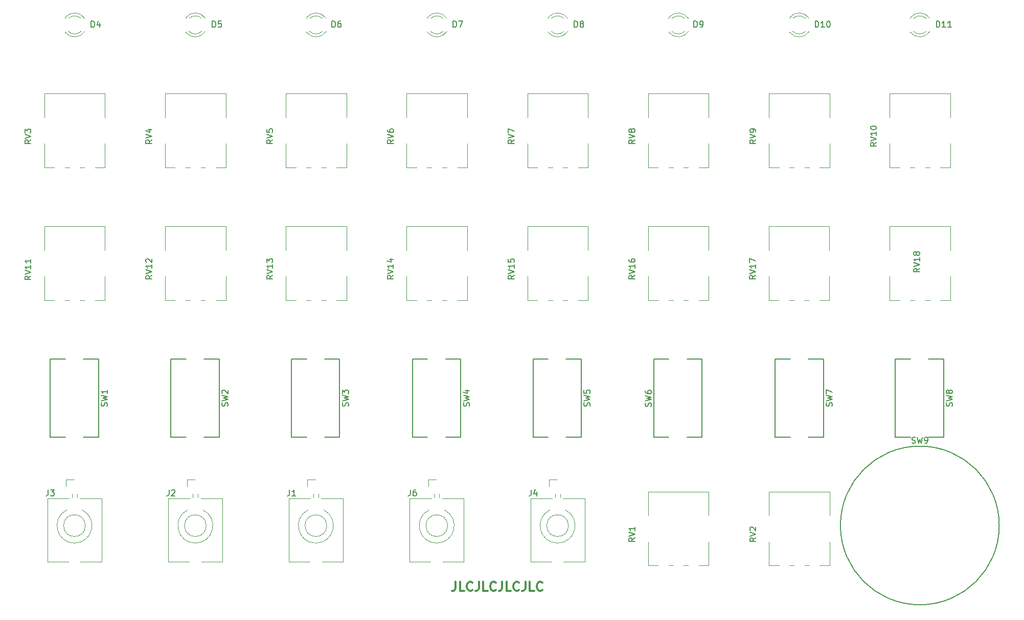
<source format=gbr>
G04 #@! TF.GenerationSoftware,KiCad,Pcbnew,5.0.2+dfsg1-1~bpo9+1*
G04 #@! TF.CreationDate,2019-09-09T21:30:10+02:00*
G04 #@! TF.ProjectId,diymetro,6469796d-6574-4726-9f2e-6b696361645f,rev?*
G04 #@! TF.SameCoordinates,Original*
G04 #@! TF.FileFunction,Legend,Top*
G04 #@! TF.FilePolarity,Positive*
%FSLAX46Y46*%
G04 Gerber Fmt 4.6, Leading zero omitted, Abs format (unit mm)*
G04 Created by KiCad (PCBNEW 5.0.2+dfsg1-1~bpo9+1) date Mon 09 Sep 2019 09:30:10 PM CEST*
%MOMM*%
%LPD*%
G01*
G04 APERTURE LIST*
%ADD10C,0.300000*%
%ADD11C,0.150000*%
%ADD12C,0.120000*%
G04 APERTURE END LIST*
D10*
X143947428Y-134560571D02*
X143947428Y-135632000D01*
X143876000Y-135846285D01*
X143733142Y-135989142D01*
X143518857Y-136060571D01*
X143376000Y-136060571D01*
X145376000Y-136060571D02*
X144661714Y-136060571D01*
X144661714Y-134560571D01*
X146733142Y-135917714D02*
X146661714Y-135989142D01*
X146447428Y-136060571D01*
X146304571Y-136060571D01*
X146090285Y-135989142D01*
X145947428Y-135846285D01*
X145876000Y-135703428D01*
X145804571Y-135417714D01*
X145804571Y-135203428D01*
X145876000Y-134917714D01*
X145947428Y-134774857D01*
X146090285Y-134632000D01*
X146304571Y-134560571D01*
X146447428Y-134560571D01*
X146661714Y-134632000D01*
X146733142Y-134703428D01*
X147804571Y-134560571D02*
X147804571Y-135632000D01*
X147733142Y-135846285D01*
X147590285Y-135989142D01*
X147376000Y-136060571D01*
X147233142Y-136060571D01*
X149233142Y-136060571D02*
X148518857Y-136060571D01*
X148518857Y-134560571D01*
X150590285Y-135917714D02*
X150518857Y-135989142D01*
X150304571Y-136060571D01*
X150161714Y-136060571D01*
X149947428Y-135989142D01*
X149804571Y-135846285D01*
X149733142Y-135703428D01*
X149661714Y-135417714D01*
X149661714Y-135203428D01*
X149733142Y-134917714D01*
X149804571Y-134774857D01*
X149947428Y-134632000D01*
X150161714Y-134560571D01*
X150304571Y-134560571D01*
X150518857Y-134632000D01*
X150590285Y-134703428D01*
X151661714Y-134560571D02*
X151661714Y-135632000D01*
X151590285Y-135846285D01*
X151447428Y-135989142D01*
X151233142Y-136060571D01*
X151090285Y-136060571D01*
X153090285Y-136060571D02*
X152376000Y-136060571D01*
X152376000Y-134560571D01*
X154447428Y-135917714D02*
X154376000Y-135989142D01*
X154161714Y-136060571D01*
X154018857Y-136060571D01*
X153804571Y-135989142D01*
X153661714Y-135846285D01*
X153590285Y-135703428D01*
X153518857Y-135417714D01*
X153518857Y-135203428D01*
X153590285Y-134917714D01*
X153661714Y-134774857D01*
X153804571Y-134632000D01*
X154018857Y-134560571D01*
X154161714Y-134560571D01*
X154376000Y-134632000D01*
X154447428Y-134703428D01*
X155518857Y-134560571D02*
X155518857Y-135632000D01*
X155447428Y-135846285D01*
X155304571Y-135989142D01*
X155090285Y-136060571D01*
X154947428Y-136060571D01*
X156947428Y-136060571D02*
X156233142Y-136060571D01*
X156233142Y-134560571D01*
X158304571Y-135917714D02*
X158233142Y-135989142D01*
X158018857Y-136060571D01*
X157876000Y-136060571D01*
X157661714Y-135989142D01*
X157518857Y-135846285D01*
X157447428Y-135703428D01*
X157376000Y-135417714D01*
X157376000Y-135203428D01*
X157447428Y-134917714D01*
X157518857Y-134774857D01*
X157661714Y-134632000D01*
X157876000Y-134560571D01*
X158018857Y-134560571D01*
X158233142Y-134632000D01*
X158304571Y-134703428D01*
D11*
G04 #@! TO.C,SW1*
X76797400Y-97608000D02*
X79297400Y-97608000D01*
X84797400Y-97608000D02*
X82297400Y-97608000D01*
X76797400Y-110608000D02*
X79297400Y-110608000D01*
X84797400Y-110608000D02*
X82297400Y-110608000D01*
X76797400Y-110608000D02*
X76797400Y-97608000D01*
X84797400Y-97608000D02*
X84797400Y-110608000D01*
G04 #@! TO.C,SW7*
X196863200Y-97608000D02*
X199363200Y-97608000D01*
X204863200Y-97608000D02*
X202363200Y-97608000D01*
X196863200Y-110608000D02*
X199363200Y-110608000D01*
X204863200Y-110608000D02*
X202363200Y-110608000D01*
X196863200Y-110608000D02*
X196863200Y-97608000D01*
X204863200Y-97608000D02*
X204863200Y-110608000D01*
G04 #@! TO.C,SW6*
X176771800Y-97608000D02*
X179271800Y-97608000D01*
X184771800Y-97608000D02*
X182271800Y-97608000D01*
X176771800Y-110608000D02*
X179271800Y-110608000D01*
X184771800Y-110608000D02*
X182271800Y-110608000D01*
X176771800Y-110608000D02*
X176771800Y-97608000D01*
X184771800Y-97608000D02*
X184771800Y-110608000D01*
G04 #@! TO.C,SW2*
X96787200Y-97608000D02*
X99287200Y-97608000D01*
X104787200Y-97608000D02*
X102287200Y-97608000D01*
X96787200Y-110608000D02*
X99287200Y-110608000D01*
X104787200Y-110608000D02*
X102287200Y-110608000D01*
X96787200Y-110608000D02*
X96787200Y-97608000D01*
X104787200Y-97608000D02*
X104787200Y-110608000D01*
G04 #@! TO.C,SW3*
X116751600Y-97608000D02*
X119251600Y-97608000D01*
X124751600Y-97608000D02*
X122251600Y-97608000D01*
X116751600Y-110608000D02*
X119251600Y-110608000D01*
X124751600Y-110608000D02*
X122251600Y-110608000D01*
X116751600Y-110608000D02*
X116751600Y-97608000D01*
X124751600Y-97608000D02*
X124751600Y-110608000D01*
G04 #@! TO.C,SW4*
X136792200Y-97608000D02*
X139292200Y-97608000D01*
X144792200Y-97608000D02*
X142292200Y-97608000D01*
X136792200Y-110608000D02*
X139292200Y-110608000D01*
X144792200Y-110608000D02*
X142292200Y-110608000D01*
X136792200Y-110608000D02*
X136792200Y-97608000D01*
X144792200Y-97608000D02*
X144792200Y-110608000D01*
G04 #@! TO.C,SW5*
X156756600Y-97608000D02*
X159256600Y-97608000D01*
X164756600Y-97608000D02*
X162256600Y-97608000D01*
X156756600Y-110608000D02*
X159256600Y-110608000D01*
X164756600Y-110608000D02*
X162256600Y-110608000D01*
X156756600Y-110608000D02*
X156756600Y-97608000D01*
X164756600Y-97608000D02*
X164756600Y-110608000D01*
G04 #@! TO.C,SW8*
X216776800Y-97608000D02*
X219276800Y-97608000D01*
X224776800Y-97608000D02*
X222276800Y-97608000D01*
X216776800Y-110608000D02*
X219276800Y-110608000D01*
X224776800Y-110608000D02*
X222276800Y-110608000D01*
X216776800Y-110608000D02*
X216776800Y-97608000D01*
X224776800Y-97608000D02*
X224776800Y-110608000D01*
D12*
G04 #@! TO.C,RV1*
X175816200Y-119620400D02*
X185857200Y-119620400D01*
X184207200Y-131860400D02*
X185857200Y-131860400D01*
X181708200Y-131860400D02*
X182467200Y-131860400D01*
X179208200Y-131860400D02*
X179967200Y-131860400D01*
X175816200Y-131860400D02*
X177466200Y-131860400D01*
X185857200Y-123556400D02*
X185857200Y-119620400D01*
X185857200Y-131860400D02*
X185857200Y-127923400D01*
X175816200Y-123556400D02*
X175816200Y-119620400D01*
X175816200Y-131860400D02*
X175816200Y-127923400D01*
G04 #@! TO.C,RV2*
X195831400Y-119620400D02*
X205872400Y-119620400D01*
X204222400Y-131860400D02*
X205872400Y-131860400D01*
X201723400Y-131860400D02*
X202482400Y-131860400D01*
X199223400Y-131860400D02*
X199982400Y-131860400D01*
X195831400Y-131860400D02*
X197481400Y-131860400D01*
X205872400Y-123556400D02*
X205872400Y-119620400D01*
X205872400Y-131860400D02*
X205872400Y-127923400D01*
X195831400Y-123556400D02*
X195831400Y-119620400D01*
X195831400Y-131860400D02*
X195831400Y-127923400D01*
G04 #@! TO.C,D4*
X79288200Y-43320200D02*
X79288200Y-43476200D01*
X79288200Y-41004200D02*
X79288200Y-41160200D01*
X81889330Y-43320037D02*
G75*
G02X79807239Y-43320200I-1041130J1079837D01*
G01*
X81889330Y-41160363D02*
G75*
G03X79807239Y-41160200I-1041130J-1079837D01*
G01*
X82520535Y-43318808D02*
G75*
G02X79288200Y-43475716I-1672335J1078608D01*
G01*
X82520535Y-41161592D02*
G75*
G03X79288200Y-41004684I-1672335J-1078608D01*
G01*
G04 #@! TO.C,D5*
X102510335Y-41161592D02*
G75*
G03X99278000Y-41004684I-1672335J-1078608D01*
G01*
X102510335Y-43318808D02*
G75*
G02X99278000Y-43475716I-1672335J1078608D01*
G01*
X101879130Y-41160363D02*
G75*
G03X99797039Y-41160200I-1041130J-1079837D01*
G01*
X101879130Y-43320037D02*
G75*
G02X99797039Y-43320200I-1041130J1079837D01*
G01*
X99278000Y-41004200D02*
X99278000Y-41160200D01*
X99278000Y-43320200D02*
X99278000Y-43476200D01*
G04 #@! TO.C,D6*
X119267800Y-43320200D02*
X119267800Y-43476200D01*
X119267800Y-41004200D02*
X119267800Y-41160200D01*
X121868930Y-43320037D02*
G75*
G02X119786839Y-43320200I-1041130J1079837D01*
G01*
X121868930Y-41160363D02*
G75*
G03X119786839Y-41160200I-1041130J-1079837D01*
G01*
X122500135Y-43318808D02*
G75*
G02X119267800Y-43475716I-1672335J1078608D01*
G01*
X122500135Y-41161592D02*
G75*
G03X119267800Y-41004684I-1672335J-1078608D01*
G01*
G04 #@! TO.C,D7*
X142515335Y-41161592D02*
G75*
G03X139283000Y-41004684I-1672335J-1078608D01*
G01*
X142515335Y-43318808D02*
G75*
G02X139283000Y-43475716I-1672335J1078608D01*
G01*
X141884130Y-41160363D02*
G75*
G03X139802039Y-41160200I-1041130J-1079837D01*
G01*
X141884130Y-43320037D02*
G75*
G02X139802039Y-43320200I-1041130J1079837D01*
G01*
X139283000Y-41004200D02*
X139283000Y-41160200D01*
X139283000Y-43320200D02*
X139283000Y-43476200D01*
G04 #@! TO.C,D8*
X159272800Y-43320200D02*
X159272800Y-43476200D01*
X159272800Y-41004200D02*
X159272800Y-41160200D01*
X161873930Y-43320037D02*
G75*
G02X159791839Y-43320200I-1041130J1079837D01*
G01*
X161873930Y-41160363D02*
G75*
G03X159791839Y-41160200I-1041130J-1079837D01*
G01*
X162505135Y-43318808D02*
G75*
G02X159272800Y-43475716I-1672335J1078608D01*
G01*
X162505135Y-41161592D02*
G75*
G03X159272800Y-41004684I-1672335J-1078608D01*
G01*
G04 #@! TO.C,D9*
X182494935Y-41161592D02*
G75*
G03X179262600Y-41004684I-1672335J-1078608D01*
G01*
X182494935Y-43318808D02*
G75*
G02X179262600Y-43475716I-1672335J1078608D01*
G01*
X181863730Y-41160363D02*
G75*
G03X179781639Y-41160200I-1041130J-1079837D01*
G01*
X181863730Y-43320037D02*
G75*
G02X179781639Y-43320200I-1041130J1079837D01*
G01*
X179262600Y-41004200D02*
X179262600Y-41160200D01*
X179262600Y-43320200D02*
X179262600Y-43476200D01*
G04 #@! TO.C,D10*
X199277800Y-43320200D02*
X199277800Y-43476200D01*
X199277800Y-41004200D02*
X199277800Y-41160200D01*
X201878930Y-43320037D02*
G75*
G02X199796839Y-43320200I-1041130J1079837D01*
G01*
X201878930Y-41160363D02*
G75*
G03X199796839Y-41160200I-1041130J-1079837D01*
G01*
X202510135Y-43318808D02*
G75*
G02X199277800Y-43475716I-1672335J1078608D01*
G01*
X202510135Y-41161592D02*
G75*
G03X199277800Y-41004684I-1672335J-1078608D01*
G01*
G04 #@! TO.C,D11*
X222499935Y-41161592D02*
G75*
G03X219267600Y-41004684I-1672335J-1078608D01*
G01*
X222499935Y-43318808D02*
G75*
G02X219267600Y-43475716I-1672335J1078608D01*
G01*
X221868730Y-41160363D02*
G75*
G03X219786639Y-41160200I-1041130J-1079837D01*
G01*
X221868730Y-43320037D02*
G75*
G02X219786639Y-43320200I-1041130J1079837D01*
G01*
X219267600Y-41004200D02*
X219267600Y-41160200D01*
X219267600Y-43320200D02*
X219267600Y-43476200D01*
G04 #@! TO.C,J1*
X116302400Y-120750400D02*
X116302400Y-131250400D01*
X125302400Y-120750400D02*
X125302400Y-131250400D01*
X119506137Y-122661823D02*
G75*
G03X120802400Y-128145400I1296263J-2588577D01*
G01*
X122098663Y-122661823D02*
G75*
G02X120802400Y-128145400I-1296263J-2588577D01*
G01*
X125302400Y-131250400D02*
X121802400Y-131250400D01*
X119802400Y-131250400D02*
X116302400Y-131250400D01*
X125302400Y-120750400D02*
X121702400Y-120750400D01*
X119902400Y-120750400D02*
X116302400Y-120750400D01*
X122602400Y-125250400D02*
G75*
G03X122602400Y-125250400I-1800000J0D01*
G01*
X120382400Y-119970400D02*
X120382400Y-120570400D01*
X121222400Y-119970400D02*
X121222400Y-120570400D01*
X119402400Y-117590400D02*
X119402400Y-118690400D01*
X119402400Y-117590400D02*
X120722400Y-117590400D01*
G04 #@! TO.C,J2*
X99438000Y-117590400D02*
X100758000Y-117590400D01*
X99438000Y-117590400D02*
X99438000Y-118690400D01*
X101258000Y-119970400D02*
X101258000Y-120570400D01*
X100418000Y-119970400D02*
X100418000Y-120570400D01*
X102638000Y-125250400D02*
G75*
G03X102638000Y-125250400I-1800000J0D01*
G01*
X99938000Y-120750400D02*
X96338000Y-120750400D01*
X105338000Y-120750400D02*
X101738000Y-120750400D01*
X99838000Y-131250400D02*
X96338000Y-131250400D01*
X105338000Y-131250400D02*
X101838000Y-131250400D01*
X102134263Y-122661823D02*
G75*
G02X100838000Y-128145400I-1296263J-2588577D01*
G01*
X99541737Y-122661823D02*
G75*
G03X100838000Y-128145400I1296263J-2588577D01*
G01*
X105338000Y-120750400D02*
X105338000Y-131250400D01*
X96338000Y-120750400D02*
X96338000Y-131250400D01*
G04 #@! TO.C,J3*
X76322800Y-120750400D02*
X76322800Y-131250400D01*
X85322800Y-120750400D02*
X85322800Y-131250400D01*
X79526537Y-122661823D02*
G75*
G03X80822800Y-128145400I1296263J-2588577D01*
G01*
X82119063Y-122661823D02*
G75*
G02X80822800Y-128145400I-1296263J-2588577D01*
G01*
X85322800Y-131250400D02*
X81822800Y-131250400D01*
X79822800Y-131250400D02*
X76322800Y-131250400D01*
X85322800Y-120750400D02*
X81722800Y-120750400D01*
X79922800Y-120750400D02*
X76322800Y-120750400D01*
X82622800Y-125250400D02*
G75*
G03X82622800Y-125250400I-1800000J0D01*
G01*
X80402800Y-119970400D02*
X80402800Y-120570400D01*
X81242800Y-119970400D02*
X81242800Y-120570400D01*
X79422800Y-117590400D02*
X79422800Y-118690400D01*
X79422800Y-117590400D02*
X80742800Y-117590400D01*
G04 #@! TO.C,J4*
X159432800Y-117590400D02*
X160752800Y-117590400D01*
X159432800Y-117590400D02*
X159432800Y-118690400D01*
X161252800Y-119970400D02*
X161252800Y-120570400D01*
X160412800Y-119970400D02*
X160412800Y-120570400D01*
X162632800Y-125250400D02*
G75*
G03X162632800Y-125250400I-1800000J0D01*
G01*
X159932800Y-120750400D02*
X156332800Y-120750400D01*
X165332800Y-120750400D02*
X161732800Y-120750400D01*
X159832800Y-131250400D02*
X156332800Y-131250400D01*
X165332800Y-131250400D02*
X161832800Y-131250400D01*
X162129063Y-122661823D02*
G75*
G02X160832800Y-128145400I-1296263J-2588577D01*
G01*
X159536537Y-122661823D02*
G75*
G03X160832800Y-128145400I1296263J-2588577D01*
G01*
X165332800Y-120750400D02*
X165332800Y-131250400D01*
X156332800Y-120750400D02*
X156332800Y-131250400D01*
G04 #@! TO.C,J6*
X136317600Y-120750400D02*
X136317600Y-131250400D01*
X145317600Y-120750400D02*
X145317600Y-131250400D01*
X139521337Y-122661823D02*
G75*
G03X140817600Y-128145400I1296263J-2588577D01*
G01*
X142113863Y-122661823D02*
G75*
G02X140817600Y-128145400I-1296263J-2588577D01*
G01*
X145317600Y-131250400D02*
X141817600Y-131250400D01*
X139817600Y-131250400D02*
X136317600Y-131250400D01*
X145317600Y-120750400D02*
X141717600Y-120750400D01*
X139917600Y-120750400D02*
X136317600Y-120750400D01*
X142617600Y-125250400D02*
G75*
G03X142617600Y-125250400I-1800000J0D01*
G01*
X140397600Y-119970400D02*
X140397600Y-120570400D01*
X141237600Y-119970400D02*
X141237600Y-120570400D01*
X139417600Y-117590400D02*
X139417600Y-118690400D01*
X139417600Y-117590400D02*
X140737600Y-117590400D01*
G04 #@! TO.C,RV3*
X75816400Y-65871200D02*
X75816400Y-61934200D01*
X75816400Y-57567200D02*
X75816400Y-53631200D01*
X85857400Y-65871200D02*
X85857400Y-61934200D01*
X85857400Y-57567200D02*
X85857400Y-53631200D01*
X75816400Y-65871200D02*
X77466400Y-65871200D01*
X79208400Y-65871200D02*
X79967400Y-65871200D01*
X81708400Y-65871200D02*
X82467400Y-65871200D01*
X84207400Y-65871200D02*
X85857400Y-65871200D01*
X75816400Y-53631200D02*
X85857400Y-53631200D01*
G04 #@! TO.C,RV4*
X95831600Y-53631200D02*
X105872600Y-53631200D01*
X104222600Y-65871200D02*
X105872600Y-65871200D01*
X101723600Y-65871200D02*
X102482600Y-65871200D01*
X99223600Y-65871200D02*
X99982600Y-65871200D01*
X95831600Y-65871200D02*
X97481600Y-65871200D01*
X105872600Y-57567200D02*
X105872600Y-53631200D01*
X105872600Y-65871200D02*
X105872600Y-61934200D01*
X95831600Y-57567200D02*
X95831600Y-53631200D01*
X95831600Y-65871200D02*
X95831600Y-61934200D01*
G04 #@! TO.C,RV5*
X115821400Y-65871200D02*
X115821400Y-61934200D01*
X115821400Y-57567200D02*
X115821400Y-53631200D01*
X125862400Y-65871200D02*
X125862400Y-61934200D01*
X125862400Y-57567200D02*
X125862400Y-53631200D01*
X115821400Y-65871200D02*
X117471400Y-65871200D01*
X119213400Y-65871200D02*
X119972400Y-65871200D01*
X121713400Y-65871200D02*
X122472400Y-65871200D01*
X124212400Y-65871200D02*
X125862400Y-65871200D01*
X115821400Y-53631200D02*
X125862400Y-53631200D01*
G04 #@! TO.C,RV6*
X135836600Y-53631200D02*
X145877600Y-53631200D01*
X144227600Y-65871200D02*
X145877600Y-65871200D01*
X141728600Y-65871200D02*
X142487600Y-65871200D01*
X139228600Y-65871200D02*
X139987600Y-65871200D01*
X135836600Y-65871200D02*
X137486600Y-65871200D01*
X145877600Y-57567200D02*
X145877600Y-53631200D01*
X145877600Y-65871200D02*
X145877600Y-61934200D01*
X135836600Y-57567200D02*
X135836600Y-53631200D01*
X135836600Y-65871200D02*
X135836600Y-61934200D01*
G04 #@! TO.C,RV7*
X155826400Y-65871200D02*
X155826400Y-61934200D01*
X155826400Y-57567200D02*
X155826400Y-53631200D01*
X165867400Y-65871200D02*
X165867400Y-61934200D01*
X165867400Y-57567200D02*
X165867400Y-53631200D01*
X155826400Y-65871200D02*
X157476400Y-65871200D01*
X159218400Y-65871200D02*
X159977400Y-65871200D01*
X161718400Y-65871200D02*
X162477400Y-65871200D01*
X164217400Y-65871200D02*
X165867400Y-65871200D01*
X155826400Y-53631200D02*
X165867400Y-53631200D01*
G04 #@! TO.C,RV8*
X175816200Y-53631200D02*
X185857200Y-53631200D01*
X184207200Y-65871200D02*
X185857200Y-65871200D01*
X181708200Y-65871200D02*
X182467200Y-65871200D01*
X179208200Y-65871200D02*
X179967200Y-65871200D01*
X175816200Y-65871200D02*
X177466200Y-65871200D01*
X185857200Y-57567200D02*
X185857200Y-53631200D01*
X185857200Y-65871200D02*
X185857200Y-61934200D01*
X175816200Y-57567200D02*
X175816200Y-53631200D01*
X175816200Y-65871200D02*
X175816200Y-61934200D01*
G04 #@! TO.C,RV9*
X195831400Y-65871200D02*
X195831400Y-61934200D01*
X195831400Y-57567200D02*
X195831400Y-53631200D01*
X205872400Y-65871200D02*
X205872400Y-61934200D01*
X205872400Y-57567200D02*
X205872400Y-53631200D01*
X195831400Y-65871200D02*
X197481400Y-65871200D01*
X199223400Y-65871200D02*
X199982400Y-65871200D01*
X201723400Y-65871200D02*
X202482400Y-65871200D01*
X204222400Y-65871200D02*
X205872400Y-65871200D01*
X195831400Y-53631200D02*
X205872400Y-53631200D01*
G04 #@! TO.C,RV10*
X215821200Y-53631200D02*
X225862200Y-53631200D01*
X224212200Y-65871200D02*
X225862200Y-65871200D01*
X221713200Y-65871200D02*
X222472200Y-65871200D01*
X219213200Y-65871200D02*
X219972200Y-65871200D01*
X215821200Y-65871200D02*
X217471200Y-65871200D01*
X225862200Y-57567200D02*
X225862200Y-53631200D01*
X225862200Y-65871200D02*
X225862200Y-61934200D01*
X215821200Y-57567200D02*
X215821200Y-53631200D01*
X215821200Y-65871200D02*
X215821200Y-61934200D01*
G04 #@! TO.C,RV11*
X75816400Y-75627600D02*
X85857400Y-75627600D01*
X84207400Y-87867600D02*
X85857400Y-87867600D01*
X81708400Y-87867600D02*
X82467400Y-87867600D01*
X79208400Y-87867600D02*
X79967400Y-87867600D01*
X75816400Y-87867600D02*
X77466400Y-87867600D01*
X85857400Y-79563600D02*
X85857400Y-75627600D01*
X85857400Y-87867600D02*
X85857400Y-83930600D01*
X75816400Y-79563600D02*
X75816400Y-75627600D01*
X75816400Y-87867600D02*
X75816400Y-83930600D01*
G04 #@! TO.C,RV12*
X95831600Y-87867600D02*
X95831600Y-83930600D01*
X95831600Y-79563600D02*
X95831600Y-75627600D01*
X105872600Y-87867600D02*
X105872600Y-83930600D01*
X105872600Y-79563600D02*
X105872600Y-75627600D01*
X95831600Y-87867600D02*
X97481600Y-87867600D01*
X99223600Y-87867600D02*
X99982600Y-87867600D01*
X101723600Y-87867600D02*
X102482600Y-87867600D01*
X104222600Y-87867600D02*
X105872600Y-87867600D01*
X95831600Y-75627600D02*
X105872600Y-75627600D01*
G04 #@! TO.C,RV13*
X115821400Y-87867600D02*
X115821400Y-83930600D01*
X115821400Y-79563600D02*
X115821400Y-75627600D01*
X125862400Y-87867600D02*
X125862400Y-83930600D01*
X125862400Y-79563600D02*
X125862400Y-75627600D01*
X115821400Y-87867600D02*
X117471400Y-87867600D01*
X119213400Y-87867600D02*
X119972400Y-87867600D01*
X121713400Y-87867600D02*
X122472400Y-87867600D01*
X124212400Y-87867600D02*
X125862400Y-87867600D01*
X115821400Y-75627600D02*
X125862400Y-75627600D01*
G04 #@! TO.C,RV14*
X135811200Y-75627600D02*
X145852200Y-75627600D01*
X144202200Y-87867600D02*
X145852200Y-87867600D01*
X141703200Y-87867600D02*
X142462200Y-87867600D01*
X139203200Y-87867600D02*
X139962200Y-87867600D01*
X135811200Y-87867600D02*
X137461200Y-87867600D01*
X145852200Y-79563600D02*
X145852200Y-75627600D01*
X145852200Y-87867600D02*
X145852200Y-83930600D01*
X135811200Y-79563600D02*
X135811200Y-75627600D01*
X135811200Y-87867600D02*
X135811200Y-83930600D01*
G04 #@! TO.C,RV15*
X155826400Y-87867600D02*
X155826400Y-83930600D01*
X155826400Y-79563600D02*
X155826400Y-75627600D01*
X165867400Y-87867600D02*
X165867400Y-83930600D01*
X165867400Y-79563600D02*
X165867400Y-75627600D01*
X155826400Y-87867600D02*
X157476400Y-87867600D01*
X159218400Y-87867600D02*
X159977400Y-87867600D01*
X161718400Y-87867600D02*
X162477400Y-87867600D01*
X164217400Y-87867600D02*
X165867400Y-87867600D01*
X155826400Y-75627600D02*
X165867400Y-75627600D01*
G04 #@! TO.C,RV16*
X175816200Y-75627600D02*
X185857200Y-75627600D01*
X184207200Y-87867600D02*
X185857200Y-87867600D01*
X181708200Y-87867600D02*
X182467200Y-87867600D01*
X179208200Y-87867600D02*
X179967200Y-87867600D01*
X175816200Y-87867600D02*
X177466200Y-87867600D01*
X185857200Y-79563600D02*
X185857200Y-75627600D01*
X185857200Y-87867600D02*
X185857200Y-83930600D01*
X175816200Y-79563600D02*
X175816200Y-75627600D01*
X175816200Y-87867600D02*
X175816200Y-83930600D01*
G04 #@! TO.C,RV17*
X195806000Y-87867600D02*
X195806000Y-83930600D01*
X195806000Y-79563600D02*
X195806000Y-75627600D01*
X205847000Y-87867600D02*
X205847000Y-83930600D01*
X205847000Y-79563600D02*
X205847000Y-75627600D01*
X195806000Y-87867600D02*
X197456000Y-87867600D01*
X199198000Y-87867600D02*
X199957000Y-87867600D01*
X201698000Y-87867600D02*
X202457000Y-87867600D01*
X204197000Y-87867600D02*
X205847000Y-87867600D01*
X195806000Y-75627600D02*
X205847000Y-75627600D01*
G04 #@! TO.C,RV18*
X215821200Y-75627600D02*
X225862200Y-75627600D01*
X224212200Y-87867600D02*
X225862200Y-87867600D01*
X221713200Y-87867600D02*
X222472200Y-87867600D01*
X219213200Y-87867600D02*
X219972200Y-87867600D01*
X215821200Y-87867600D02*
X217471200Y-87867600D01*
X225862200Y-79563600D02*
X225862200Y-75627600D01*
X225862200Y-87867600D02*
X225862200Y-83930600D01*
X215821200Y-79563600D02*
X215821200Y-75627600D01*
X215821200Y-87867600D02*
X215821200Y-83930600D01*
D11*
G04 #@! TO.C,SW9*
X233977600Y-125222000D02*
G75*
G03X233977600Y-125222000I-13150000J0D01*
G01*
G04 #@! TO.C,SW1*
X86202161Y-105441333D02*
X86249780Y-105298476D01*
X86249780Y-105060380D01*
X86202161Y-104965142D01*
X86154542Y-104917523D01*
X86059304Y-104869904D01*
X85964066Y-104869904D01*
X85868828Y-104917523D01*
X85821209Y-104965142D01*
X85773590Y-105060380D01*
X85725971Y-105250857D01*
X85678352Y-105346095D01*
X85630733Y-105393714D01*
X85535495Y-105441333D01*
X85440257Y-105441333D01*
X85345019Y-105393714D01*
X85297400Y-105346095D01*
X85249780Y-105250857D01*
X85249780Y-105012761D01*
X85297400Y-104869904D01*
X85249780Y-104536571D02*
X86249780Y-104298476D01*
X85535495Y-104108000D01*
X86249780Y-103917523D01*
X85249780Y-103679428D01*
X86249780Y-102774666D02*
X86249780Y-103346095D01*
X86249780Y-103060380D02*
X85249780Y-103060380D01*
X85392638Y-103155619D01*
X85487876Y-103250857D01*
X85535495Y-103346095D01*
G04 #@! TO.C,SW7*
X206267961Y-105441333D02*
X206315580Y-105298476D01*
X206315580Y-105060380D01*
X206267961Y-104965142D01*
X206220342Y-104917523D01*
X206125104Y-104869904D01*
X206029866Y-104869904D01*
X205934628Y-104917523D01*
X205887009Y-104965142D01*
X205839390Y-105060380D01*
X205791771Y-105250857D01*
X205744152Y-105346095D01*
X205696533Y-105393714D01*
X205601295Y-105441333D01*
X205506057Y-105441333D01*
X205410819Y-105393714D01*
X205363200Y-105346095D01*
X205315580Y-105250857D01*
X205315580Y-105012761D01*
X205363200Y-104869904D01*
X205315580Y-104536571D02*
X206315580Y-104298476D01*
X205601295Y-104108000D01*
X206315580Y-103917523D01*
X205315580Y-103679428D01*
X205315580Y-103393714D02*
X205315580Y-102727047D01*
X206315580Y-103155619D01*
G04 #@! TO.C,SW6*
X176299761Y-105473333D02*
X176347380Y-105330476D01*
X176347380Y-105092380D01*
X176299761Y-104997142D01*
X176252142Y-104949523D01*
X176156904Y-104901904D01*
X176061666Y-104901904D01*
X175966428Y-104949523D01*
X175918809Y-104997142D01*
X175871190Y-105092380D01*
X175823571Y-105282857D01*
X175775952Y-105378095D01*
X175728333Y-105425714D01*
X175633095Y-105473333D01*
X175537857Y-105473333D01*
X175442619Y-105425714D01*
X175395000Y-105378095D01*
X175347380Y-105282857D01*
X175347380Y-105044761D01*
X175395000Y-104901904D01*
X175347380Y-104568571D02*
X176347380Y-104330476D01*
X175633095Y-104140000D01*
X176347380Y-103949523D01*
X175347380Y-103711428D01*
X175347380Y-102901904D02*
X175347380Y-103092380D01*
X175395000Y-103187619D01*
X175442619Y-103235238D01*
X175585476Y-103330476D01*
X175775952Y-103378095D01*
X176156904Y-103378095D01*
X176252142Y-103330476D01*
X176299761Y-103282857D01*
X176347380Y-103187619D01*
X176347380Y-102997142D01*
X176299761Y-102901904D01*
X176252142Y-102854285D01*
X176156904Y-102806666D01*
X175918809Y-102806666D01*
X175823571Y-102854285D01*
X175775952Y-102901904D01*
X175728333Y-102997142D01*
X175728333Y-103187619D01*
X175775952Y-103282857D01*
X175823571Y-103330476D01*
X175918809Y-103378095D01*
G04 #@! TO.C,SW2*
X106191961Y-105441333D02*
X106239580Y-105298476D01*
X106239580Y-105060380D01*
X106191961Y-104965142D01*
X106144342Y-104917523D01*
X106049104Y-104869904D01*
X105953866Y-104869904D01*
X105858628Y-104917523D01*
X105811009Y-104965142D01*
X105763390Y-105060380D01*
X105715771Y-105250857D01*
X105668152Y-105346095D01*
X105620533Y-105393714D01*
X105525295Y-105441333D01*
X105430057Y-105441333D01*
X105334819Y-105393714D01*
X105287200Y-105346095D01*
X105239580Y-105250857D01*
X105239580Y-105012761D01*
X105287200Y-104869904D01*
X105239580Y-104536571D02*
X106239580Y-104298476D01*
X105525295Y-104108000D01*
X106239580Y-103917523D01*
X105239580Y-103679428D01*
X105334819Y-103346095D02*
X105287200Y-103298476D01*
X105239580Y-103203238D01*
X105239580Y-102965142D01*
X105287200Y-102869904D01*
X105334819Y-102822285D01*
X105430057Y-102774666D01*
X105525295Y-102774666D01*
X105668152Y-102822285D01*
X106239580Y-103393714D01*
X106239580Y-102774666D01*
G04 #@! TO.C,SW3*
X126156361Y-105441333D02*
X126203980Y-105298476D01*
X126203980Y-105060380D01*
X126156361Y-104965142D01*
X126108742Y-104917523D01*
X126013504Y-104869904D01*
X125918266Y-104869904D01*
X125823028Y-104917523D01*
X125775409Y-104965142D01*
X125727790Y-105060380D01*
X125680171Y-105250857D01*
X125632552Y-105346095D01*
X125584933Y-105393714D01*
X125489695Y-105441333D01*
X125394457Y-105441333D01*
X125299219Y-105393714D01*
X125251600Y-105346095D01*
X125203980Y-105250857D01*
X125203980Y-105012761D01*
X125251600Y-104869904D01*
X125203980Y-104536571D02*
X126203980Y-104298476D01*
X125489695Y-104108000D01*
X126203980Y-103917523D01*
X125203980Y-103679428D01*
X125203980Y-103393714D02*
X125203980Y-102774666D01*
X125584933Y-103108000D01*
X125584933Y-102965142D01*
X125632552Y-102869904D01*
X125680171Y-102822285D01*
X125775409Y-102774666D01*
X126013504Y-102774666D01*
X126108742Y-102822285D01*
X126156361Y-102869904D01*
X126203980Y-102965142D01*
X126203980Y-103250857D01*
X126156361Y-103346095D01*
X126108742Y-103393714D01*
G04 #@! TO.C,SW4*
X146196961Y-105441333D02*
X146244580Y-105298476D01*
X146244580Y-105060380D01*
X146196961Y-104965142D01*
X146149342Y-104917523D01*
X146054104Y-104869904D01*
X145958866Y-104869904D01*
X145863628Y-104917523D01*
X145816009Y-104965142D01*
X145768390Y-105060380D01*
X145720771Y-105250857D01*
X145673152Y-105346095D01*
X145625533Y-105393714D01*
X145530295Y-105441333D01*
X145435057Y-105441333D01*
X145339819Y-105393714D01*
X145292200Y-105346095D01*
X145244580Y-105250857D01*
X145244580Y-105012761D01*
X145292200Y-104869904D01*
X145244580Y-104536571D02*
X146244580Y-104298476D01*
X145530295Y-104108000D01*
X146244580Y-103917523D01*
X145244580Y-103679428D01*
X145577914Y-102869904D02*
X146244580Y-102869904D01*
X145196961Y-103108000D02*
X145911247Y-103346095D01*
X145911247Y-102727047D01*
G04 #@! TO.C,SW5*
X166161361Y-105441333D02*
X166208980Y-105298476D01*
X166208980Y-105060380D01*
X166161361Y-104965142D01*
X166113742Y-104917523D01*
X166018504Y-104869904D01*
X165923266Y-104869904D01*
X165828028Y-104917523D01*
X165780409Y-104965142D01*
X165732790Y-105060380D01*
X165685171Y-105250857D01*
X165637552Y-105346095D01*
X165589933Y-105393714D01*
X165494695Y-105441333D01*
X165399457Y-105441333D01*
X165304219Y-105393714D01*
X165256600Y-105346095D01*
X165208980Y-105250857D01*
X165208980Y-105012761D01*
X165256600Y-104869904D01*
X165208980Y-104536571D02*
X166208980Y-104298476D01*
X165494695Y-104108000D01*
X166208980Y-103917523D01*
X165208980Y-103679428D01*
X165208980Y-102822285D02*
X165208980Y-103298476D01*
X165685171Y-103346095D01*
X165637552Y-103298476D01*
X165589933Y-103203238D01*
X165589933Y-102965142D01*
X165637552Y-102869904D01*
X165685171Y-102822285D01*
X165780409Y-102774666D01*
X166018504Y-102774666D01*
X166113742Y-102822285D01*
X166161361Y-102869904D01*
X166208980Y-102965142D01*
X166208980Y-103203238D01*
X166161361Y-103298476D01*
X166113742Y-103346095D01*
G04 #@! TO.C,SW8*
X226181561Y-105441333D02*
X226229180Y-105298476D01*
X226229180Y-105060380D01*
X226181561Y-104965142D01*
X226133942Y-104917523D01*
X226038704Y-104869904D01*
X225943466Y-104869904D01*
X225848228Y-104917523D01*
X225800609Y-104965142D01*
X225752990Y-105060380D01*
X225705371Y-105250857D01*
X225657752Y-105346095D01*
X225610133Y-105393714D01*
X225514895Y-105441333D01*
X225419657Y-105441333D01*
X225324419Y-105393714D01*
X225276800Y-105346095D01*
X225229180Y-105250857D01*
X225229180Y-105012761D01*
X225276800Y-104869904D01*
X225229180Y-104536571D02*
X226229180Y-104298476D01*
X225514895Y-104108000D01*
X226229180Y-103917523D01*
X225229180Y-103679428D01*
X225657752Y-103155619D02*
X225610133Y-103250857D01*
X225562514Y-103298476D01*
X225467276Y-103346095D01*
X225419657Y-103346095D01*
X225324419Y-103298476D01*
X225276800Y-103250857D01*
X225229180Y-103155619D01*
X225229180Y-102965142D01*
X225276800Y-102869904D01*
X225324419Y-102822285D01*
X225419657Y-102774666D01*
X225467276Y-102774666D01*
X225562514Y-102822285D01*
X225610133Y-102869904D01*
X225657752Y-102965142D01*
X225657752Y-103155619D01*
X225705371Y-103250857D01*
X225752990Y-103298476D01*
X225848228Y-103346095D01*
X226038704Y-103346095D01*
X226133942Y-103298476D01*
X226181561Y-103250857D01*
X226229180Y-103155619D01*
X226229180Y-102965142D01*
X226181561Y-102869904D01*
X226133942Y-102822285D01*
X226038704Y-102774666D01*
X225848228Y-102774666D01*
X225752990Y-102822285D01*
X225705371Y-102869904D01*
X225657752Y-102965142D01*
G04 #@! TO.C,RV1*
X173639580Y-127285638D02*
X173163390Y-127618971D01*
X173639580Y-127857066D02*
X172639580Y-127857066D01*
X172639580Y-127476114D01*
X172687200Y-127380876D01*
X172734819Y-127333257D01*
X172830057Y-127285638D01*
X172972914Y-127285638D01*
X173068152Y-127333257D01*
X173115771Y-127380876D01*
X173163390Y-127476114D01*
X173163390Y-127857066D01*
X172639580Y-126999923D02*
X173639580Y-126666590D01*
X172639580Y-126333257D01*
X173639580Y-125476114D02*
X173639580Y-126047542D01*
X173639580Y-125761828D02*
X172639580Y-125761828D01*
X172782438Y-125857066D01*
X172877676Y-125952304D01*
X172925295Y-126047542D01*
G04 #@! TO.C,RV2*
X193654780Y-127285638D02*
X193178590Y-127618971D01*
X193654780Y-127857066D02*
X192654780Y-127857066D01*
X192654780Y-127476114D01*
X192702400Y-127380876D01*
X192750019Y-127333257D01*
X192845257Y-127285638D01*
X192988114Y-127285638D01*
X193083352Y-127333257D01*
X193130971Y-127380876D01*
X193178590Y-127476114D01*
X193178590Y-127857066D01*
X192654780Y-126999923D02*
X193654780Y-126666590D01*
X192654780Y-126333257D01*
X192750019Y-126047542D02*
X192702400Y-125999923D01*
X192654780Y-125904685D01*
X192654780Y-125666590D01*
X192702400Y-125571352D01*
X192750019Y-125523733D01*
X192845257Y-125476114D01*
X192940495Y-125476114D01*
X193083352Y-125523733D01*
X193654780Y-126095161D01*
X193654780Y-125476114D01*
G04 #@! TO.C,D4*
X83589904Y-42616380D02*
X83589904Y-41616380D01*
X83828000Y-41616380D01*
X83970857Y-41664000D01*
X84066095Y-41759238D01*
X84113714Y-41854476D01*
X84161333Y-42044952D01*
X84161333Y-42187809D01*
X84113714Y-42378285D01*
X84066095Y-42473523D01*
X83970857Y-42568761D01*
X83828000Y-42616380D01*
X83589904Y-42616380D01*
X85018476Y-41949714D02*
X85018476Y-42616380D01*
X84780380Y-41568761D02*
X84542285Y-42283047D01*
X85161333Y-42283047D01*
G04 #@! TO.C,D5*
X103655904Y-42616380D02*
X103655904Y-41616380D01*
X103894000Y-41616380D01*
X104036857Y-41664000D01*
X104132095Y-41759238D01*
X104179714Y-41854476D01*
X104227333Y-42044952D01*
X104227333Y-42187809D01*
X104179714Y-42378285D01*
X104132095Y-42473523D01*
X104036857Y-42568761D01*
X103894000Y-42616380D01*
X103655904Y-42616380D01*
X105132095Y-41616380D02*
X104655904Y-41616380D01*
X104608285Y-42092571D01*
X104655904Y-42044952D01*
X104751142Y-41997333D01*
X104989238Y-41997333D01*
X105084476Y-42044952D01*
X105132095Y-42092571D01*
X105179714Y-42187809D01*
X105179714Y-42425904D01*
X105132095Y-42521142D01*
X105084476Y-42568761D01*
X104989238Y-42616380D01*
X104751142Y-42616380D01*
X104655904Y-42568761D01*
X104608285Y-42521142D01*
G04 #@! TO.C,D6*
X123467904Y-42616380D02*
X123467904Y-41616380D01*
X123706000Y-41616380D01*
X123848857Y-41664000D01*
X123944095Y-41759238D01*
X123991714Y-41854476D01*
X124039333Y-42044952D01*
X124039333Y-42187809D01*
X123991714Y-42378285D01*
X123944095Y-42473523D01*
X123848857Y-42568761D01*
X123706000Y-42616380D01*
X123467904Y-42616380D01*
X124896476Y-41616380D02*
X124706000Y-41616380D01*
X124610761Y-41664000D01*
X124563142Y-41711619D01*
X124467904Y-41854476D01*
X124420285Y-42044952D01*
X124420285Y-42425904D01*
X124467904Y-42521142D01*
X124515523Y-42568761D01*
X124610761Y-42616380D01*
X124801238Y-42616380D01*
X124896476Y-42568761D01*
X124944095Y-42521142D01*
X124991714Y-42425904D01*
X124991714Y-42187809D01*
X124944095Y-42092571D01*
X124896476Y-42044952D01*
X124801238Y-41997333D01*
X124610761Y-41997333D01*
X124515523Y-42044952D01*
X124467904Y-42092571D01*
X124420285Y-42187809D01*
G04 #@! TO.C,D7*
X143533904Y-42616380D02*
X143533904Y-41616380D01*
X143772000Y-41616380D01*
X143914857Y-41664000D01*
X144010095Y-41759238D01*
X144057714Y-41854476D01*
X144105333Y-42044952D01*
X144105333Y-42187809D01*
X144057714Y-42378285D01*
X144010095Y-42473523D01*
X143914857Y-42568761D01*
X143772000Y-42616380D01*
X143533904Y-42616380D01*
X144438666Y-41616380D02*
X145105333Y-41616380D01*
X144676761Y-42616380D01*
G04 #@! TO.C,D8*
X163599904Y-42616380D02*
X163599904Y-41616380D01*
X163838000Y-41616380D01*
X163980857Y-41664000D01*
X164076095Y-41759238D01*
X164123714Y-41854476D01*
X164171333Y-42044952D01*
X164171333Y-42187809D01*
X164123714Y-42378285D01*
X164076095Y-42473523D01*
X163980857Y-42568761D01*
X163838000Y-42616380D01*
X163599904Y-42616380D01*
X164742761Y-42044952D02*
X164647523Y-41997333D01*
X164599904Y-41949714D01*
X164552285Y-41854476D01*
X164552285Y-41806857D01*
X164599904Y-41711619D01*
X164647523Y-41664000D01*
X164742761Y-41616380D01*
X164933238Y-41616380D01*
X165028476Y-41664000D01*
X165076095Y-41711619D01*
X165123714Y-41806857D01*
X165123714Y-41854476D01*
X165076095Y-41949714D01*
X165028476Y-41997333D01*
X164933238Y-42044952D01*
X164742761Y-42044952D01*
X164647523Y-42092571D01*
X164599904Y-42140190D01*
X164552285Y-42235428D01*
X164552285Y-42425904D01*
X164599904Y-42521142D01*
X164647523Y-42568761D01*
X164742761Y-42616380D01*
X164933238Y-42616380D01*
X165028476Y-42568761D01*
X165076095Y-42521142D01*
X165123714Y-42425904D01*
X165123714Y-42235428D01*
X165076095Y-42140190D01*
X165028476Y-42092571D01*
X164933238Y-42044952D01*
G04 #@! TO.C,D9*
X183411904Y-42616380D02*
X183411904Y-41616380D01*
X183650000Y-41616380D01*
X183792857Y-41664000D01*
X183888095Y-41759238D01*
X183935714Y-41854476D01*
X183983333Y-42044952D01*
X183983333Y-42187809D01*
X183935714Y-42378285D01*
X183888095Y-42473523D01*
X183792857Y-42568761D01*
X183650000Y-42616380D01*
X183411904Y-42616380D01*
X184459523Y-42616380D02*
X184650000Y-42616380D01*
X184745238Y-42568761D01*
X184792857Y-42521142D01*
X184888095Y-42378285D01*
X184935714Y-42187809D01*
X184935714Y-41806857D01*
X184888095Y-41711619D01*
X184840476Y-41664000D01*
X184745238Y-41616380D01*
X184554761Y-41616380D01*
X184459523Y-41664000D01*
X184411904Y-41711619D01*
X184364285Y-41806857D01*
X184364285Y-42044952D01*
X184411904Y-42140190D01*
X184459523Y-42187809D01*
X184554761Y-42235428D01*
X184745238Y-42235428D01*
X184840476Y-42187809D01*
X184888095Y-42140190D01*
X184935714Y-42044952D01*
G04 #@! TO.C,D10*
X203509714Y-42616380D02*
X203509714Y-41616380D01*
X203747809Y-41616380D01*
X203890666Y-41664000D01*
X203985904Y-41759238D01*
X204033523Y-41854476D01*
X204081142Y-42044952D01*
X204081142Y-42187809D01*
X204033523Y-42378285D01*
X203985904Y-42473523D01*
X203890666Y-42568761D01*
X203747809Y-42616380D01*
X203509714Y-42616380D01*
X205033523Y-42616380D02*
X204462095Y-42616380D01*
X204747809Y-42616380D02*
X204747809Y-41616380D01*
X204652571Y-41759238D01*
X204557333Y-41854476D01*
X204462095Y-41902095D01*
X205652571Y-41616380D02*
X205747809Y-41616380D01*
X205843047Y-41664000D01*
X205890666Y-41711619D01*
X205938285Y-41806857D01*
X205985904Y-41997333D01*
X205985904Y-42235428D01*
X205938285Y-42425904D01*
X205890666Y-42521142D01*
X205843047Y-42568761D01*
X205747809Y-42616380D01*
X205652571Y-42616380D01*
X205557333Y-42568761D01*
X205509714Y-42521142D01*
X205462095Y-42425904D01*
X205414476Y-42235428D01*
X205414476Y-41997333D01*
X205462095Y-41806857D01*
X205509714Y-41711619D01*
X205557333Y-41664000D01*
X205652571Y-41616380D01*
G04 #@! TO.C,D11*
X223575714Y-42616380D02*
X223575714Y-41616380D01*
X223813809Y-41616380D01*
X223956666Y-41664000D01*
X224051904Y-41759238D01*
X224099523Y-41854476D01*
X224147142Y-42044952D01*
X224147142Y-42187809D01*
X224099523Y-42378285D01*
X224051904Y-42473523D01*
X223956666Y-42568761D01*
X223813809Y-42616380D01*
X223575714Y-42616380D01*
X225099523Y-42616380D02*
X224528095Y-42616380D01*
X224813809Y-42616380D02*
X224813809Y-41616380D01*
X224718571Y-41759238D01*
X224623333Y-41854476D01*
X224528095Y-41902095D01*
X226051904Y-42616380D02*
X225480476Y-42616380D01*
X225766190Y-42616380D02*
X225766190Y-41616380D01*
X225670952Y-41759238D01*
X225575714Y-41854476D01*
X225480476Y-41902095D01*
G04 #@! TO.C,J1*
X116439066Y-119302780D02*
X116439066Y-120017066D01*
X116391447Y-120159923D01*
X116296209Y-120255161D01*
X116153352Y-120302780D01*
X116058114Y-120302780D01*
X117439066Y-120302780D02*
X116867638Y-120302780D01*
X117153352Y-120302780D02*
X117153352Y-119302780D01*
X117058114Y-119445638D01*
X116962876Y-119540876D01*
X116867638Y-119588495D01*
G04 #@! TO.C,J2*
X96474666Y-119302780D02*
X96474666Y-120017066D01*
X96427047Y-120159923D01*
X96331809Y-120255161D01*
X96188952Y-120302780D01*
X96093714Y-120302780D01*
X96903238Y-119398019D02*
X96950857Y-119350400D01*
X97046095Y-119302780D01*
X97284190Y-119302780D01*
X97379428Y-119350400D01*
X97427047Y-119398019D01*
X97474666Y-119493257D01*
X97474666Y-119588495D01*
X97427047Y-119731352D01*
X96855619Y-120302780D01*
X97474666Y-120302780D01*
G04 #@! TO.C,J3*
X76459466Y-119302780D02*
X76459466Y-120017066D01*
X76411847Y-120159923D01*
X76316609Y-120255161D01*
X76173752Y-120302780D01*
X76078514Y-120302780D01*
X76840419Y-119302780D02*
X77459466Y-119302780D01*
X77126133Y-119683733D01*
X77268990Y-119683733D01*
X77364228Y-119731352D01*
X77411847Y-119778971D01*
X77459466Y-119874209D01*
X77459466Y-120112304D01*
X77411847Y-120207542D01*
X77364228Y-120255161D01*
X77268990Y-120302780D01*
X76983276Y-120302780D01*
X76888038Y-120255161D01*
X76840419Y-120207542D01*
G04 #@! TO.C,J4*
X156469466Y-119302780D02*
X156469466Y-120017066D01*
X156421847Y-120159923D01*
X156326609Y-120255161D01*
X156183752Y-120302780D01*
X156088514Y-120302780D01*
X157374228Y-119636114D02*
X157374228Y-120302780D01*
X157136133Y-119255161D02*
X156898038Y-119969447D01*
X157517085Y-119969447D01*
G04 #@! TO.C,J6*
X136454266Y-119302780D02*
X136454266Y-120017066D01*
X136406647Y-120159923D01*
X136311409Y-120255161D01*
X136168552Y-120302780D01*
X136073314Y-120302780D01*
X137359028Y-119302780D02*
X137168552Y-119302780D01*
X137073314Y-119350400D01*
X137025695Y-119398019D01*
X136930457Y-119540876D01*
X136882838Y-119731352D01*
X136882838Y-120112304D01*
X136930457Y-120207542D01*
X136978076Y-120255161D01*
X137073314Y-120302780D01*
X137263790Y-120302780D01*
X137359028Y-120255161D01*
X137406647Y-120207542D01*
X137454266Y-120112304D01*
X137454266Y-119874209D01*
X137406647Y-119778971D01*
X137359028Y-119731352D01*
X137263790Y-119683733D01*
X137073314Y-119683733D01*
X136978076Y-119731352D01*
X136930457Y-119778971D01*
X136882838Y-119874209D01*
G04 #@! TO.C,RV3*
X73604380Y-61301238D02*
X73128190Y-61634571D01*
X73604380Y-61872666D02*
X72604380Y-61872666D01*
X72604380Y-61491714D01*
X72652000Y-61396476D01*
X72699619Y-61348857D01*
X72794857Y-61301238D01*
X72937714Y-61301238D01*
X73032952Y-61348857D01*
X73080571Y-61396476D01*
X73128190Y-61491714D01*
X73128190Y-61872666D01*
X72604380Y-61015523D02*
X73604380Y-60682190D01*
X72604380Y-60348857D01*
X72604380Y-60110761D02*
X72604380Y-59491714D01*
X72985333Y-59825047D01*
X72985333Y-59682190D01*
X73032952Y-59586952D01*
X73080571Y-59539333D01*
X73175809Y-59491714D01*
X73413904Y-59491714D01*
X73509142Y-59539333D01*
X73556761Y-59586952D01*
X73604380Y-59682190D01*
X73604380Y-59967904D01*
X73556761Y-60063142D01*
X73509142Y-60110761D01*
G04 #@! TO.C,RV4*
X93654980Y-61296438D02*
X93178790Y-61629771D01*
X93654980Y-61867866D02*
X92654980Y-61867866D01*
X92654980Y-61486914D01*
X92702600Y-61391676D01*
X92750219Y-61344057D01*
X92845457Y-61296438D01*
X92988314Y-61296438D01*
X93083552Y-61344057D01*
X93131171Y-61391676D01*
X93178790Y-61486914D01*
X93178790Y-61867866D01*
X92654980Y-61010723D02*
X93654980Y-60677390D01*
X92654980Y-60344057D01*
X92988314Y-59582152D02*
X93654980Y-59582152D01*
X92607361Y-59820247D02*
X93321647Y-60058342D01*
X93321647Y-59439295D01*
G04 #@! TO.C,RV5*
X113644780Y-61296438D02*
X113168590Y-61629771D01*
X113644780Y-61867866D02*
X112644780Y-61867866D01*
X112644780Y-61486914D01*
X112692400Y-61391676D01*
X112740019Y-61344057D01*
X112835257Y-61296438D01*
X112978114Y-61296438D01*
X113073352Y-61344057D01*
X113120971Y-61391676D01*
X113168590Y-61486914D01*
X113168590Y-61867866D01*
X112644780Y-61010723D02*
X113644780Y-60677390D01*
X112644780Y-60344057D01*
X112644780Y-59534533D02*
X112644780Y-60010723D01*
X113120971Y-60058342D01*
X113073352Y-60010723D01*
X113025733Y-59915485D01*
X113025733Y-59677390D01*
X113073352Y-59582152D01*
X113120971Y-59534533D01*
X113216209Y-59486914D01*
X113454304Y-59486914D01*
X113549542Y-59534533D01*
X113597161Y-59582152D01*
X113644780Y-59677390D01*
X113644780Y-59915485D01*
X113597161Y-60010723D01*
X113549542Y-60058342D01*
G04 #@! TO.C,RV6*
X133659980Y-61296438D02*
X133183790Y-61629771D01*
X133659980Y-61867866D02*
X132659980Y-61867866D01*
X132659980Y-61486914D01*
X132707600Y-61391676D01*
X132755219Y-61344057D01*
X132850457Y-61296438D01*
X132993314Y-61296438D01*
X133088552Y-61344057D01*
X133136171Y-61391676D01*
X133183790Y-61486914D01*
X133183790Y-61867866D01*
X132659980Y-61010723D02*
X133659980Y-60677390D01*
X132659980Y-60344057D01*
X132659980Y-59582152D02*
X132659980Y-59772628D01*
X132707600Y-59867866D01*
X132755219Y-59915485D01*
X132898076Y-60010723D01*
X133088552Y-60058342D01*
X133469504Y-60058342D01*
X133564742Y-60010723D01*
X133612361Y-59963104D01*
X133659980Y-59867866D01*
X133659980Y-59677390D01*
X133612361Y-59582152D01*
X133564742Y-59534533D01*
X133469504Y-59486914D01*
X133231409Y-59486914D01*
X133136171Y-59534533D01*
X133088552Y-59582152D01*
X133040933Y-59677390D01*
X133040933Y-59867866D01*
X133088552Y-59963104D01*
X133136171Y-60010723D01*
X133231409Y-60058342D01*
G04 #@! TO.C,RV7*
X153649780Y-61296438D02*
X153173590Y-61629771D01*
X153649780Y-61867866D02*
X152649780Y-61867866D01*
X152649780Y-61486914D01*
X152697400Y-61391676D01*
X152745019Y-61344057D01*
X152840257Y-61296438D01*
X152983114Y-61296438D01*
X153078352Y-61344057D01*
X153125971Y-61391676D01*
X153173590Y-61486914D01*
X153173590Y-61867866D01*
X152649780Y-61010723D02*
X153649780Y-60677390D01*
X152649780Y-60344057D01*
X152649780Y-60105961D02*
X152649780Y-59439295D01*
X153649780Y-59867866D01*
G04 #@! TO.C,RV8*
X173639580Y-61296438D02*
X173163390Y-61629771D01*
X173639580Y-61867866D02*
X172639580Y-61867866D01*
X172639580Y-61486914D01*
X172687200Y-61391676D01*
X172734819Y-61344057D01*
X172830057Y-61296438D01*
X172972914Y-61296438D01*
X173068152Y-61344057D01*
X173115771Y-61391676D01*
X173163390Y-61486914D01*
X173163390Y-61867866D01*
X172639580Y-61010723D02*
X173639580Y-60677390D01*
X172639580Y-60344057D01*
X173068152Y-59867866D02*
X173020533Y-59963104D01*
X172972914Y-60010723D01*
X172877676Y-60058342D01*
X172830057Y-60058342D01*
X172734819Y-60010723D01*
X172687200Y-59963104D01*
X172639580Y-59867866D01*
X172639580Y-59677390D01*
X172687200Y-59582152D01*
X172734819Y-59534533D01*
X172830057Y-59486914D01*
X172877676Y-59486914D01*
X172972914Y-59534533D01*
X173020533Y-59582152D01*
X173068152Y-59677390D01*
X173068152Y-59867866D01*
X173115771Y-59963104D01*
X173163390Y-60010723D01*
X173258628Y-60058342D01*
X173449104Y-60058342D01*
X173544342Y-60010723D01*
X173591961Y-59963104D01*
X173639580Y-59867866D01*
X173639580Y-59677390D01*
X173591961Y-59582152D01*
X173544342Y-59534533D01*
X173449104Y-59486914D01*
X173258628Y-59486914D01*
X173163390Y-59534533D01*
X173115771Y-59582152D01*
X173068152Y-59677390D01*
G04 #@! TO.C,RV9*
X193654780Y-61296438D02*
X193178590Y-61629771D01*
X193654780Y-61867866D02*
X192654780Y-61867866D01*
X192654780Y-61486914D01*
X192702400Y-61391676D01*
X192750019Y-61344057D01*
X192845257Y-61296438D01*
X192988114Y-61296438D01*
X193083352Y-61344057D01*
X193130971Y-61391676D01*
X193178590Y-61486914D01*
X193178590Y-61867866D01*
X192654780Y-61010723D02*
X193654780Y-60677390D01*
X192654780Y-60344057D01*
X193654780Y-59963104D02*
X193654780Y-59772628D01*
X193607161Y-59677390D01*
X193559542Y-59629771D01*
X193416685Y-59534533D01*
X193226209Y-59486914D01*
X192845257Y-59486914D01*
X192750019Y-59534533D01*
X192702400Y-59582152D01*
X192654780Y-59677390D01*
X192654780Y-59867866D01*
X192702400Y-59963104D01*
X192750019Y-60010723D01*
X192845257Y-60058342D01*
X193083352Y-60058342D01*
X193178590Y-60010723D01*
X193226209Y-59963104D01*
X193273828Y-59867866D01*
X193273828Y-59677390D01*
X193226209Y-59582152D01*
X193178590Y-59534533D01*
X193083352Y-59486914D01*
G04 #@! TO.C,RV10*
X213644580Y-61772628D02*
X213168390Y-62105961D01*
X213644580Y-62344057D02*
X212644580Y-62344057D01*
X212644580Y-61963104D01*
X212692200Y-61867866D01*
X212739819Y-61820247D01*
X212835057Y-61772628D01*
X212977914Y-61772628D01*
X213073152Y-61820247D01*
X213120771Y-61867866D01*
X213168390Y-61963104D01*
X213168390Y-62344057D01*
X212644580Y-61486914D02*
X213644580Y-61153580D01*
X212644580Y-60820247D01*
X213644580Y-59963104D02*
X213644580Y-60534533D01*
X213644580Y-60248819D02*
X212644580Y-60248819D01*
X212787438Y-60344057D01*
X212882676Y-60439295D01*
X212930295Y-60534533D01*
X212644580Y-59344057D02*
X212644580Y-59248819D01*
X212692200Y-59153580D01*
X212739819Y-59105961D01*
X212835057Y-59058342D01*
X213025533Y-59010723D01*
X213263628Y-59010723D01*
X213454104Y-59058342D01*
X213549342Y-59105961D01*
X213596961Y-59153580D01*
X213644580Y-59248819D01*
X213644580Y-59344057D01*
X213596961Y-59439295D01*
X213549342Y-59486914D01*
X213454104Y-59534533D01*
X213263628Y-59582152D01*
X213025533Y-59582152D01*
X212835057Y-59534533D01*
X212739819Y-59486914D01*
X212692200Y-59439295D01*
X212644580Y-59344057D01*
G04 #@! TO.C,RV11*
X73604380Y-83875428D02*
X73128190Y-84208761D01*
X73604380Y-84446857D02*
X72604380Y-84446857D01*
X72604380Y-84065904D01*
X72652000Y-83970666D01*
X72699619Y-83923047D01*
X72794857Y-83875428D01*
X72937714Y-83875428D01*
X73032952Y-83923047D01*
X73080571Y-83970666D01*
X73128190Y-84065904D01*
X73128190Y-84446857D01*
X72604380Y-83589714D02*
X73604380Y-83256380D01*
X72604380Y-82923047D01*
X73604380Y-82065904D02*
X73604380Y-82637333D01*
X73604380Y-82351619D02*
X72604380Y-82351619D01*
X72747238Y-82446857D01*
X72842476Y-82542095D01*
X72890095Y-82637333D01*
X73604380Y-81113523D02*
X73604380Y-81684952D01*
X73604380Y-81399238D02*
X72604380Y-81399238D01*
X72747238Y-81494476D01*
X72842476Y-81589714D01*
X72890095Y-81684952D01*
G04 #@! TO.C,RV12*
X93654980Y-83769028D02*
X93178790Y-84102361D01*
X93654980Y-84340457D02*
X92654980Y-84340457D01*
X92654980Y-83959504D01*
X92702600Y-83864266D01*
X92750219Y-83816647D01*
X92845457Y-83769028D01*
X92988314Y-83769028D01*
X93083552Y-83816647D01*
X93131171Y-83864266D01*
X93178790Y-83959504D01*
X93178790Y-84340457D01*
X92654980Y-83483314D02*
X93654980Y-83149980D01*
X92654980Y-82816647D01*
X93654980Y-81959504D02*
X93654980Y-82530933D01*
X93654980Y-82245219D02*
X92654980Y-82245219D01*
X92797838Y-82340457D01*
X92893076Y-82435695D01*
X92940695Y-82530933D01*
X92750219Y-81578552D02*
X92702600Y-81530933D01*
X92654980Y-81435695D01*
X92654980Y-81197600D01*
X92702600Y-81102361D01*
X92750219Y-81054742D01*
X92845457Y-81007123D01*
X92940695Y-81007123D01*
X93083552Y-81054742D01*
X93654980Y-81626171D01*
X93654980Y-81007123D01*
G04 #@! TO.C,RV13*
X113644780Y-83769028D02*
X113168590Y-84102361D01*
X113644780Y-84340457D02*
X112644780Y-84340457D01*
X112644780Y-83959504D01*
X112692400Y-83864266D01*
X112740019Y-83816647D01*
X112835257Y-83769028D01*
X112978114Y-83769028D01*
X113073352Y-83816647D01*
X113120971Y-83864266D01*
X113168590Y-83959504D01*
X113168590Y-84340457D01*
X112644780Y-83483314D02*
X113644780Y-83149980D01*
X112644780Y-82816647D01*
X113644780Y-81959504D02*
X113644780Y-82530933D01*
X113644780Y-82245219D02*
X112644780Y-82245219D01*
X112787638Y-82340457D01*
X112882876Y-82435695D01*
X112930495Y-82530933D01*
X112644780Y-81626171D02*
X112644780Y-81007123D01*
X113025733Y-81340457D01*
X113025733Y-81197600D01*
X113073352Y-81102361D01*
X113120971Y-81054742D01*
X113216209Y-81007123D01*
X113454304Y-81007123D01*
X113549542Y-81054742D01*
X113597161Y-81102361D01*
X113644780Y-81197600D01*
X113644780Y-81483314D01*
X113597161Y-81578552D01*
X113549542Y-81626171D01*
G04 #@! TO.C,RV14*
X133634580Y-83769028D02*
X133158390Y-84102361D01*
X133634580Y-84340457D02*
X132634580Y-84340457D01*
X132634580Y-83959504D01*
X132682200Y-83864266D01*
X132729819Y-83816647D01*
X132825057Y-83769028D01*
X132967914Y-83769028D01*
X133063152Y-83816647D01*
X133110771Y-83864266D01*
X133158390Y-83959504D01*
X133158390Y-84340457D01*
X132634580Y-83483314D02*
X133634580Y-83149980D01*
X132634580Y-82816647D01*
X133634580Y-81959504D02*
X133634580Y-82530933D01*
X133634580Y-82245219D02*
X132634580Y-82245219D01*
X132777438Y-82340457D01*
X132872676Y-82435695D01*
X132920295Y-82530933D01*
X132967914Y-81102361D02*
X133634580Y-81102361D01*
X132586961Y-81340457D02*
X133301247Y-81578552D01*
X133301247Y-80959504D01*
G04 #@! TO.C,RV15*
X153649780Y-83769028D02*
X153173590Y-84102361D01*
X153649780Y-84340457D02*
X152649780Y-84340457D01*
X152649780Y-83959504D01*
X152697400Y-83864266D01*
X152745019Y-83816647D01*
X152840257Y-83769028D01*
X152983114Y-83769028D01*
X153078352Y-83816647D01*
X153125971Y-83864266D01*
X153173590Y-83959504D01*
X153173590Y-84340457D01*
X152649780Y-83483314D02*
X153649780Y-83149980D01*
X152649780Y-82816647D01*
X153649780Y-81959504D02*
X153649780Y-82530933D01*
X153649780Y-82245219D02*
X152649780Y-82245219D01*
X152792638Y-82340457D01*
X152887876Y-82435695D01*
X152935495Y-82530933D01*
X152649780Y-81054742D02*
X152649780Y-81530933D01*
X153125971Y-81578552D01*
X153078352Y-81530933D01*
X153030733Y-81435695D01*
X153030733Y-81197600D01*
X153078352Y-81102361D01*
X153125971Y-81054742D01*
X153221209Y-81007123D01*
X153459304Y-81007123D01*
X153554542Y-81054742D01*
X153602161Y-81102361D01*
X153649780Y-81197600D01*
X153649780Y-81435695D01*
X153602161Y-81530933D01*
X153554542Y-81578552D01*
G04 #@! TO.C,RV16*
X173639580Y-83769028D02*
X173163390Y-84102361D01*
X173639580Y-84340457D02*
X172639580Y-84340457D01*
X172639580Y-83959504D01*
X172687200Y-83864266D01*
X172734819Y-83816647D01*
X172830057Y-83769028D01*
X172972914Y-83769028D01*
X173068152Y-83816647D01*
X173115771Y-83864266D01*
X173163390Y-83959504D01*
X173163390Y-84340457D01*
X172639580Y-83483314D02*
X173639580Y-83149980D01*
X172639580Y-82816647D01*
X173639580Y-81959504D02*
X173639580Y-82530933D01*
X173639580Y-82245219D02*
X172639580Y-82245219D01*
X172782438Y-82340457D01*
X172877676Y-82435695D01*
X172925295Y-82530933D01*
X172639580Y-81102361D02*
X172639580Y-81292838D01*
X172687200Y-81388076D01*
X172734819Y-81435695D01*
X172877676Y-81530933D01*
X173068152Y-81578552D01*
X173449104Y-81578552D01*
X173544342Y-81530933D01*
X173591961Y-81483314D01*
X173639580Y-81388076D01*
X173639580Y-81197600D01*
X173591961Y-81102361D01*
X173544342Y-81054742D01*
X173449104Y-81007123D01*
X173211009Y-81007123D01*
X173115771Y-81054742D01*
X173068152Y-81102361D01*
X173020533Y-81197600D01*
X173020533Y-81388076D01*
X173068152Y-81483314D01*
X173115771Y-81530933D01*
X173211009Y-81578552D01*
G04 #@! TO.C,RV17*
X193629380Y-83769028D02*
X193153190Y-84102361D01*
X193629380Y-84340457D02*
X192629380Y-84340457D01*
X192629380Y-83959504D01*
X192677000Y-83864266D01*
X192724619Y-83816647D01*
X192819857Y-83769028D01*
X192962714Y-83769028D01*
X193057952Y-83816647D01*
X193105571Y-83864266D01*
X193153190Y-83959504D01*
X193153190Y-84340457D01*
X192629380Y-83483314D02*
X193629380Y-83149980D01*
X192629380Y-82816647D01*
X193629380Y-81959504D02*
X193629380Y-82530933D01*
X193629380Y-82245219D02*
X192629380Y-82245219D01*
X192772238Y-82340457D01*
X192867476Y-82435695D01*
X192915095Y-82530933D01*
X192629380Y-81626171D02*
X192629380Y-80959504D01*
X193629380Y-81388076D01*
G04 #@! TO.C,RV18*
X220797380Y-82605428D02*
X220321190Y-82938761D01*
X220797380Y-83176857D02*
X219797380Y-83176857D01*
X219797380Y-82795904D01*
X219845000Y-82700666D01*
X219892619Y-82653047D01*
X219987857Y-82605428D01*
X220130714Y-82605428D01*
X220225952Y-82653047D01*
X220273571Y-82700666D01*
X220321190Y-82795904D01*
X220321190Y-83176857D01*
X219797380Y-82319714D02*
X220797380Y-81986380D01*
X219797380Y-81653047D01*
X220797380Y-80795904D02*
X220797380Y-81367333D01*
X220797380Y-81081619D02*
X219797380Y-81081619D01*
X219940238Y-81176857D01*
X220035476Y-81272095D01*
X220083095Y-81367333D01*
X220225952Y-80224476D02*
X220178333Y-80319714D01*
X220130714Y-80367333D01*
X220035476Y-80414952D01*
X219987857Y-80414952D01*
X219892619Y-80367333D01*
X219845000Y-80319714D01*
X219797380Y-80224476D01*
X219797380Y-80034000D01*
X219845000Y-79938761D01*
X219892619Y-79891142D01*
X219987857Y-79843523D01*
X220035476Y-79843523D01*
X220130714Y-79891142D01*
X220178333Y-79938761D01*
X220225952Y-80034000D01*
X220225952Y-80224476D01*
X220273571Y-80319714D01*
X220321190Y-80367333D01*
X220416428Y-80414952D01*
X220606904Y-80414952D01*
X220702142Y-80367333D01*
X220749761Y-80319714D01*
X220797380Y-80224476D01*
X220797380Y-80034000D01*
X220749761Y-79938761D01*
X220702142Y-79891142D01*
X220606904Y-79843523D01*
X220416428Y-79843523D01*
X220321190Y-79891142D01*
X220273571Y-79938761D01*
X220225952Y-80034000D01*
G04 #@! TO.C,SW9*
X219494266Y-111551761D02*
X219637123Y-111599380D01*
X219875219Y-111599380D01*
X219970457Y-111551761D01*
X220018076Y-111504142D01*
X220065695Y-111408904D01*
X220065695Y-111313666D01*
X220018076Y-111218428D01*
X219970457Y-111170809D01*
X219875219Y-111123190D01*
X219684742Y-111075571D01*
X219589504Y-111027952D01*
X219541885Y-110980333D01*
X219494266Y-110885095D01*
X219494266Y-110789857D01*
X219541885Y-110694619D01*
X219589504Y-110647000D01*
X219684742Y-110599380D01*
X219922838Y-110599380D01*
X220065695Y-110647000D01*
X220399028Y-110599380D02*
X220637123Y-111599380D01*
X220827600Y-110885095D01*
X221018076Y-111599380D01*
X221256171Y-110599380D01*
X221684742Y-111599380D02*
X221875219Y-111599380D01*
X221970457Y-111551761D01*
X222018076Y-111504142D01*
X222113314Y-111361285D01*
X222160933Y-111170809D01*
X222160933Y-110789857D01*
X222113314Y-110694619D01*
X222065695Y-110647000D01*
X221970457Y-110599380D01*
X221779980Y-110599380D01*
X221684742Y-110647000D01*
X221637123Y-110694619D01*
X221589504Y-110789857D01*
X221589504Y-111027952D01*
X221637123Y-111123190D01*
X221684742Y-111170809D01*
X221779980Y-111218428D01*
X221970457Y-111218428D01*
X222065695Y-111170809D01*
X222113314Y-111123190D01*
X222160933Y-111027952D01*
G04 #@! TD*
M02*

</source>
